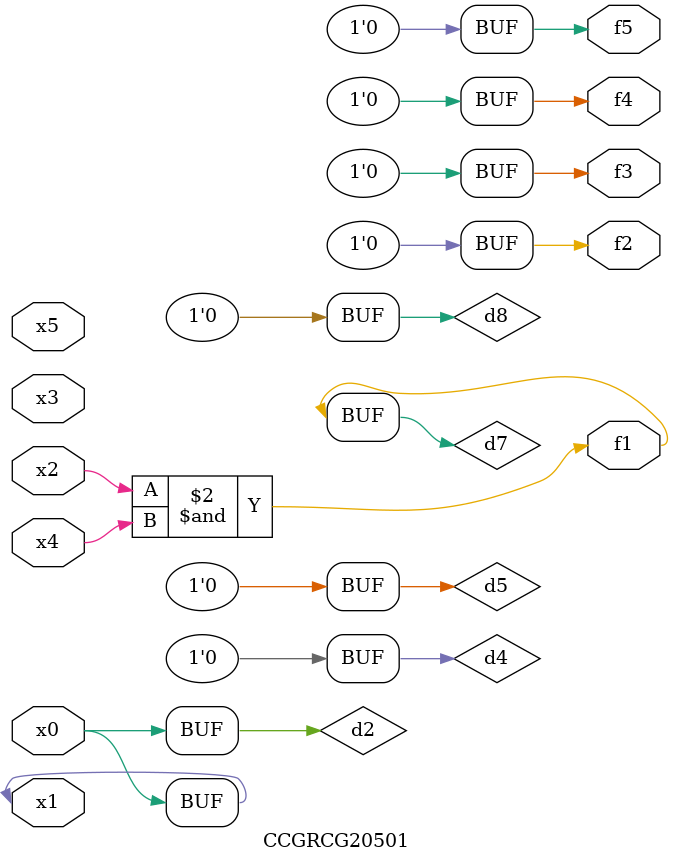
<source format=v>
module CCGRCG20501(
	input x0, x1, x2, x3, x4, x5,
	output f1, f2, f3, f4, f5
);

	wire d1, d2, d3, d4, d5, d6, d7, d8, d9;

	nand (d1, x1);
	buf (d2, x0, x1);
	nand (d3, x2, x4);
	and (d4, d1, d2);
	and (d5, d1, d2);
	nand (d6, d1, d3);
	not (d7, d3);
	xor (d8, d5);
	nor (d9, d5, d6);
	assign f1 = d7;
	assign f2 = d8;
	assign f3 = d8;
	assign f4 = d8;
	assign f5 = d8;
endmodule

</source>
